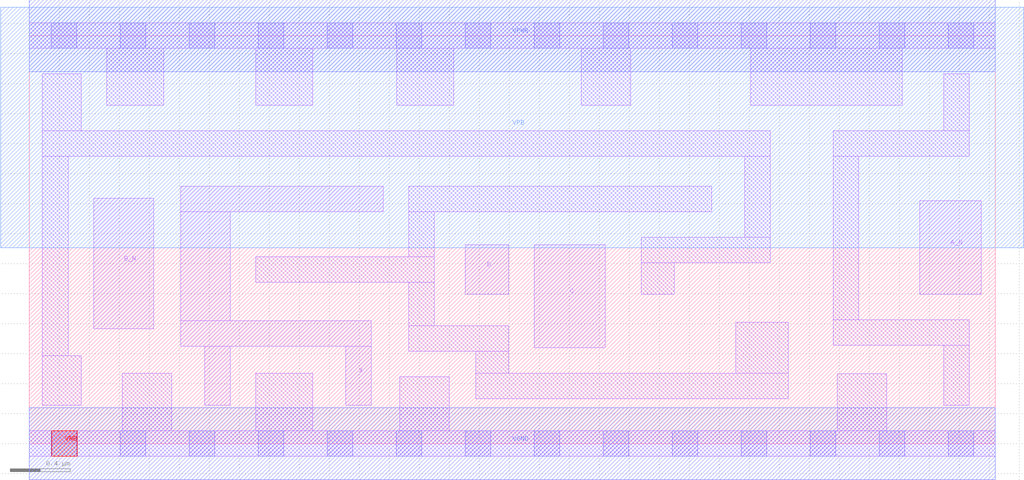
<source format=lef>
# Copyright 2020 The SkyWater PDK Authors
#
# Licensed under the Apache License, Version 2.0 (the "License");
# you may not use this file except in compliance with the License.
# You may obtain a copy of the License at
#
#     https://www.apache.org/licenses/LICENSE-2.0
#
# Unless required by applicable law or agreed to in writing, software
# distributed under the License is distributed on an "AS IS" BASIS,
# WITHOUT WARRANTIES OR CONDITIONS OF ANY KIND, either express or implied.
# See the License for the specific language governing permissions and
# limitations under the License.
#
# SPDX-License-Identifier: Apache-2.0

VERSION 5.7 ;
  NOWIREEXTENSIONATPIN ON ;
  DIVIDERCHAR "/" ;
  BUSBITCHARS "[]" ;
PROPERTYDEFINITIONS
  MACRO maskLayoutSubType STRING ;
  MACRO prCellType STRING ;
  MACRO originalViewName STRING ;
END PROPERTYDEFINITIONS
MACRO sky130_fd_sc_hdll__and4bb_4
  CLASS CORE ;
  FOREIGN sky130_fd_sc_hdll__and4bb_4 ;
  ORIGIN  0.000000  0.000000 ;
  SIZE  6.440000 BY  2.720000 ;
  SYMMETRY X Y R90 ;
  SITE unithd ;
  PIN A_N
    ANTENNAGATEAREA  0.138600 ;
    DIRECTION INPUT ;
    USE SIGNAL ;
    PORT
      LAYER li1 ;
        RECT 5.935000 0.995000 6.345000 1.620000 ;
    END
  END A_N
  PIN B_N
    ANTENNAGATEAREA  0.138600 ;
    DIRECTION INPUT ;
    USE SIGNAL ;
    PORT
      LAYER li1 ;
        RECT 0.430000 0.765000 0.830000 1.635000 ;
    END
  END B_N
  PIN C
    ANTENNAGATEAREA  0.277500 ;
    DIRECTION INPUT ;
    USE SIGNAL ;
    PORT
      LAYER li1 ;
        RECT 3.365000 0.640000 3.840000 1.325000 ;
    END
  END C
  PIN D
    ANTENNAGATEAREA  0.277500 ;
    DIRECTION INPUT ;
    USE SIGNAL ;
    PORT
      LAYER li1 ;
        RECT 2.905000 0.995000 3.195000 1.325000 ;
    END
  END D
  PIN VNB
    PORT
      LAYER pwell ;
        RECT 0.150000 -0.085000 0.320000 0.085000 ;
    END
  END VNB
  PIN VPB
    PORT
      LAYER nwell ;
        RECT -0.190000 1.305000 6.630000 2.910000 ;
    END
  END VPB
  PIN X
    ANTENNADIFFAREA  0.996000 ;
    DIRECTION OUTPUT ;
    USE SIGNAL ;
    PORT
      LAYER li1 ;
        RECT 1.010000 0.650000 2.280000 0.820000 ;
        RECT 1.010000 0.820000 1.340000 1.545000 ;
        RECT 1.010000 1.545000 2.360000 1.715000 ;
        RECT 1.170000 0.255000 1.340000 0.650000 ;
        RECT 2.110000 0.255000 2.280000 0.650000 ;
    END
  END X
  PIN VGND
    DIRECTION INOUT ;
    USE GROUND ;
    PORT
      LAYER met1 ;
        RECT 0.000000 -0.240000 6.440000 0.240000 ;
    END
  END VGND
  PIN VPWR
    DIRECTION INOUT ;
    USE POWER ;
    PORT
      LAYER met1 ;
        RECT 0.000000 2.480000 6.440000 2.960000 ;
    END
  END VPWR
  OBS
    LAYER li1 ;
      RECT 0.000000 -0.085000 6.440000 0.085000 ;
      RECT 0.000000  2.635000 6.440000 2.805000 ;
      RECT 0.085000  0.255000 0.345000 0.585000 ;
      RECT 0.085000  0.585000 0.260000 1.915000 ;
      RECT 0.085000  1.915000 4.940000 2.085000 ;
      RECT 0.085000  2.085000 0.345000 2.465000 ;
      RECT 0.515000  2.255000 0.895000 2.635000 ;
      RECT 0.620000  0.085000 0.950000 0.470000 ;
      RECT 1.510000  0.085000 1.890000 0.470000 ;
      RECT 1.510000  1.075000 2.700000 1.245000 ;
      RECT 1.510000  2.255000 1.890000 2.635000 ;
      RECT 2.450000  2.255000 2.830000 2.635000 ;
      RECT 2.470000  0.085000 2.800000 0.445000 ;
      RECT 2.530000  0.615000 3.195000 0.785000 ;
      RECT 2.530000  0.785000 2.700000 1.075000 ;
      RECT 2.530000  1.245000 2.700000 1.545000 ;
      RECT 2.530000  1.545000 4.550000 1.715000 ;
      RECT 2.975000  0.300000 5.060000 0.470000 ;
      RECT 2.975000  0.470000 3.195000 0.615000 ;
      RECT 3.680000  2.255000 4.010000 2.635000 ;
      RECT 4.080000  0.995000 4.300000 1.205000 ;
      RECT 4.080000  1.205000 4.940000 1.375000 ;
      RECT 4.710000  0.470000 5.060000 0.810000 ;
      RECT 4.770000  1.375000 4.940000 1.915000 ;
      RECT 4.810000  2.255000 5.820000 2.635000 ;
      RECT 5.360000  0.655000 6.265000 0.825000 ;
      RECT 5.360000  0.825000 5.530000 1.915000 ;
      RECT 5.360000  1.915000 6.265000 2.085000 ;
      RECT 5.385000  0.085000 5.715000 0.465000 ;
      RECT 6.095000  0.255000 6.265000 0.655000 ;
      RECT 6.095000  2.085000 6.265000 2.465000 ;
    LAYER mcon ;
      RECT 0.145000 -0.085000 0.315000 0.085000 ;
      RECT 0.145000  2.635000 0.315000 2.805000 ;
      RECT 0.605000 -0.085000 0.775000 0.085000 ;
      RECT 0.605000  2.635000 0.775000 2.805000 ;
      RECT 1.065000 -0.085000 1.235000 0.085000 ;
      RECT 1.065000  2.635000 1.235000 2.805000 ;
      RECT 1.525000 -0.085000 1.695000 0.085000 ;
      RECT 1.525000  2.635000 1.695000 2.805000 ;
      RECT 1.985000 -0.085000 2.155000 0.085000 ;
      RECT 1.985000  2.635000 2.155000 2.805000 ;
      RECT 2.445000 -0.085000 2.615000 0.085000 ;
      RECT 2.445000  2.635000 2.615000 2.805000 ;
      RECT 2.905000 -0.085000 3.075000 0.085000 ;
      RECT 2.905000  2.635000 3.075000 2.805000 ;
      RECT 3.365000 -0.085000 3.535000 0.085000 ;
      RECT 3.365000  2.635000 3.535000 2.805000 ;
      RECT 3.825000 -0.085000 3.995000 0.085000 ;
      RECT 3.825000  2.635000 3.995000 2.805000 ;
      RECT 4.285000 -0.085000 4.455000 0.085000 ;
      RECT 4.285000  2.635000 4.455000 2.805000 ;
      RECT 4.745000 -0.085000 4.915000 0.085000 ;
      RECT 4.745000  2.635000 4.915000 2.805000 ;
      RECT 5.205000 -0.085000 5.375000 0.085000 ;
      RECT 5.205000  2.635000 5.375000 2.805000 ;
      RECT 5.665000 -0.085000 5.835000 0.085000 ;
      RECT 5.665000  2.635000 5.835000 2.805000 ;
      RECT 6.125000 -0.085000 6.295000 0.085000 ;
      RECT 6.125000  2.635000 6.295000 2.805000 ;
  END
  PROPERTY maskLayoutSubType "abstract" ;
  PROPERTY prCellType "standard" ;
  PROPERTY originalViewName "layout" ;
END sky130_fd_sc_hdll__and4bb_4
END LIBRARY

</source>
